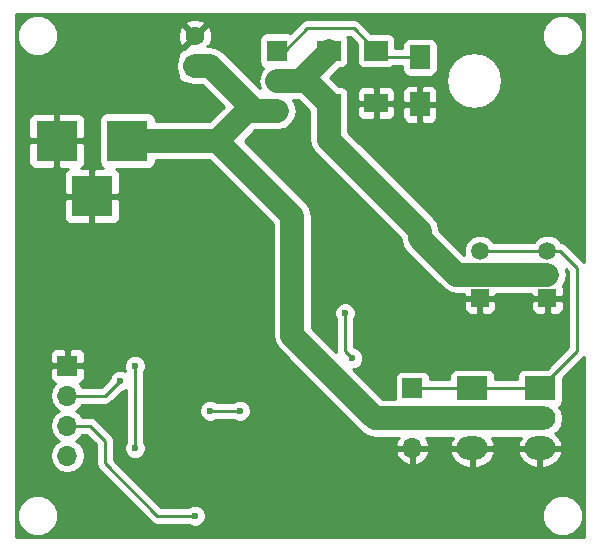
<source format=gbr>
G04 #@! TF.FileFunction,Copper,L2,Bot,Signal*
%FSLAX46Y46*%
G04 Gerber Fmt 4.6, Leading zero omitted, Abs format (unit mm)*
G04 Created by KiCad (PCBNEW 4.0.7) date Sunday, June 10, 2018 'PMt' 01:36:30 PM*
%MOMM*%
%LPD*%
G01*
G04 APERTURE LIST*
%ADD10C,0.100000*%
%ADD11R,1.600000X1.600000*%
%ADD12C,1.600000*%
%ADD13R,2.000000X1.600000*%
%ADD14R,3.500000X3.500000*%
%ADD15R,2.000000X1.700000*%
%ADD16R,1.700000X2.000000*%
%ADD17R,1.800000X1.800000*%
%ADD18O,1.800000X1.800000*%
%ADD19R,1.500000X1.500000*%
%ADD20C,1.500000*%
%ADD21R,2.600000X2.000000*%
%ADD22O,2.600000X2.000000*%
%ADD23R,1.700000X1.700000*%
%ADD24O,1.700000X1.700000*%
%ADD25C,0.600000*%
%ADD26C,0.250000*%
%ADD27C,2.000000*%
%ADD28C,0.254000*%
G04 APERTURE END LIST*
D10*
D11*
X66675000Y-19050000D03*
D12*
X66675000Y-16550000D03*
D13*
X78010000Y-22225000D03*
X82010000Y-22225000D03*
D14*
X60960000Y-25400000D03*
X54960000Y-25400000D03*
X57960000Y-30100000D03*
D15*
X78010000Y-17780000D03*
X82010000Y-17780000D03*
D16*
X85725000Y-18320000D03*
X85725000Y-22320000D03*
D17*
X73660000Y-17780000D03*
D18*
X73660000Y-20320000D03*
X73660000Y-22860000D03*
D19*
X96520000Y-38735000D03*
D20*
X96520000Y-36735000D03*
X96520000Y-34735000D03*
D21*
X95885000Y-46355000D03*
D22*
X95885000Y-48895000D03*
X95885000Y-51435000D03*
D19*
X90805000Y-38735000D03*
D20*
X90805000Y-36735000D03*
X90805000Y-34735000D03*
D21*
X90170000Y-46355000D03*
D22*
X90170000Y-48895000D03*
X90170000Y-51435000D03*
D23*
X55880000Y-44450000D03*
D24*
X55880000Y-46990000D03*
X55880000Y-49530000D03*
X55880000Y-52070000D03*
D23*
X85090000Y-46355000D03*
D24*
X85090000Y-48895000D03*
X85090000Y-51435000D03*
D25*
X79375000Y-40005000D03*
X80010000Y-43815000D03*
X66675000Y-57150000D03*
X60325000Y-45720000D03*
X61595000Y-44450000D03*
X61595000Y-51435000D03*
X67945000Y-48260000D03*
X70485000Y-48260000D03*
D26*
X79375000Y-43180000D02*
X79375000Y-40005000D01*
X80010000Y-43815000D02*
X79375000Y-43180000D01*
D27*
X96520000Y-36735000D02*
X90805000Y-36735000D01*
X78010000Y-22225000D02*
X78010000Y-25305000D01*
X78010000Y-25305000D02*
X85725000Y-33020000D01*
X85725000Y-33020000D02*
X85725000Y-33655000D01*
X85725000Y-33655000D02*
X88805000Y-36735000D01*
X88805000Y-36735000D02*
X96520000Y-36735000D01*
X78010000Y-17780000D02*
X78010000Y-17875000D01*
X78010000Y-17875000D02*
X75565000Y-20320000D01*
X73660000Y-20320000D02*
X75565000Y-20320000D01*
X75565000Y-20320000D02*
X76105000Y-20320000D01*
X76105000Y-20320000D02*
X78010000Y-22225000D01*
D26*
X57785000Y-49530000D02*
X55880000Y-49530000D01*
X59055000Y-50800000D02*
X57785000Y-49530000D01*
X59055000Y-52705000D02*
X59055000Y-50800000D01*
X63500000Y-57150000D02*
X59055000Y-52705000D01*
X66675000Y-57150000D02*
X63500000Y-57150000D01*
X59055000Y-46990000D02*
X55880000Y-46990000D01*
X60325000Y-45720000D02*
X59055000Y-46990000D01*
X61595000Y-51435000D02*
X61595000Y-44450000D01*
X90170000Y-46355000D02*
X85090000Y-46355000D01*
X95885000Y-46355000D02*
X90170000Y-46355000D01*
X96520000Y-34735000D02*
X97600000Y-34735000D01*
X99060000Y-43180000D02*
X95885000Y-46355000D01*
X99060000Y-36195000D02*
X99060000Y-43180000D01*
X97600000Y-34735000D02*
X99060000Y-36195000D01*
X90805000Y-34735000D02*
X96520000Y-34735000D01*
X96520000Y-34735000D02*
X96710000Y-34925000D01*
D27*
X66675000Y-19050000D02*
X67945000Y-19050000D01*
X67945000Y-19050000D02*
X71755000Y-22860000D01*
X95885000Y-48895000D02*
X90170000Y-48895000D01*
X90170000Y-48895000D02*
X85090000Y-48895000D01*
X85090000Y-48895000D02*
X81915000Y-48895000D01*
X81915000Y-48895000D02*
X74930000Y-41910000D01*
X74930000Y-41910000D02*
X74930000Y-31750000D01*
X74930000Y-31750000D02*
X68580000Y-25400000D01*
X60960000Y-25400000D02*
X68580000Y-25400000D01*
X71120000Y-22860000D02*
X71755000Y-22860000D01*
X71755000Y-22860000D02*
X73660000Y-22860000D01*
X68580000Y-25400000D02*
X71120000Y-22860000D01*
D26*
X73660000Y-17780000D02*
X74295000Y-17780000D01*
X74295000Y-17780000D02*
X76200000Y-15875000D01*
X76200000Y-15875000D02*
X80105000Y-15875000D01*
X80105000Y-15875000D02*
X82550000Y-18320000D01*
X82550000Y-18320000D02*
X85725000Y-18320000D01*
X70485000Y-48260000D02*
X67945000Y-48260000D01*
D28*
G36*
X99620000Y-35691421D02*
X99597401Y-35657599D01*
X98137401Y-34197599D01*
X97890839Y-34032852D01*
X97713909Y-33997658D01*
X97694831Y-33951485D01*
X97305564Y-33561539D01*
X96796702Y-33350241D01*
X96245715Y-33349760D01*
X95736485Y-33560169D01*
X95346539Y-33949436D01*
X95335924Y-33975000D01*
X91989547Y-33975000D01*
X91979831Y-33951485D01*
X91590564Y-33561539D01*
X91081702Y-33350241D01*
X90530715Y-33349760D01*
X90021485Y-33560169D01*
X89631539Y-33949436D01*
X89420241Y-34458298D01*
X89419760Y-35009285D01*
X89439642Y-35057403D01*
X87349513Y-32967273D01*
X87235543Y-32394313D01*
X86956243Y-31976310D01*
X86881120Y-31863880D01*
X86881117Y-31863878D01*
X79645000Y-24627760D01*
X79645000Y-23086431D01*
X79657440Y-23025000D01*
X79657440Y-22510750D01*
X80375000Y-22510750D01*
X80375000Y-23151310D01*
X80471673Y-23384699D01*
X80650302Y-23563327D01*
X80883691Y-23660000D01*
X81724250Y-23660000D01*
X81883000Y-23501250D01*
X81883000Y-22352000D01*
X82137000Y-22352000D01*
X82137000Y-23501250D01*
X82295750Y-23660000D01*
X83136309Y-23660000D01*
X83369698Y-23563327D01*
X83548327Y-23384699D01*
X83645000Y-23151310D01*
X83645000Y-22605750D01*
X84240000Y-22605750D01*
X84240000Y-23446309D01*
X84336673Y-23679698D01*
X84515301Y-23858327D01*
X84748690Y-23955000D01*
X85439250Y-23955000D01*
X85598000Y-23796250D01*
X85598000Y-22447000D01*
X85852000Y-22447000D01*
X85852000Y-23796250D01*
X86010750Y-23955000D01*
X86701310Y-23955000D01*
X86934699Y-23858327D01*
X87113327Y-23679698D01*
X87210000Y-23446309D01*
X87210000Y-22605750D01*
X87051250Y-22447000D01*
X85852000Y-22447000D01*
X85598000Y-22447000D01*
X84398750Y-22447000D01*
X84240000Y-22605750D01*
X83645000Y-22605750D01*
X83645000Y-22510750D01*
X83486250Y-22352000D01*
X82137000Y-22352000D01*
X81883000Y-22352000D01*
X80533750Y-22352000D01*
X80375000Y-22510750D01*
X79657440Y-22510750D01*
X79657440Y-21425000D01*
X79633674Y-21298690D01*
X80375000Y-21298690D01*
X80375000Y-21939250D01*
X80533750Y-22098000D01*
X81883000Y-22098000D01*
X81883000Y-20948750D01*
X82137000Y-20948750D01*
X82137000Y-22098000D01*
X83486250Y-22098000D01*
X83645000Y-21939250D01*
X83645000Y-21298690D01*
X83601508Y-21193691D01*
X84240000Y-21193691D01*
X84240000Y-22034250D01*
X84398750Y-22193000D01*
X85598000Y-22193000D01*
X85598000Y-20843750D01*
X85852000Y-20843750D01*
X85852000Y-22193000D01*
X87051250Y-22193000D01*
X87210000Y-22034250D01*
X87210000Y-21193691D01*
X87113327Y-20960302D01*
X86934699Y-20781673D01*
X86701310Y-20685000D01*
X86010750Y-20685000D01*
X85852000Y-20843750D01*
X85598000Y-20843750D01*
X85439250Y-20685000D01*
X84748690Y-20685000D01*
X84515301Y-20781673D01*
X84336673Y-20960302D01*
X84240000Y-21193691D01*
X83601508Y-21193691D01*
X83548327Y-21065301D01*
X83369698Y-20886673D01*
X83136309Y-20790000D01*
X82295750Y-20790000D01*
X82137000Y-20948750D01*
X81883000Y-20948750D01*
X81724250Y-20790000D01*
X80883691Y-20790000D01*
X80650302Y-20886673D01*
X80471673Y-21065301D01*
X80375000Y-21298690D01*
X79633674Y-21298690D01*
X79613162Y-21189683D01*
X79474090Y-20973559D01*
X79261890Y-20828569D01*
X79010000Y-20777560D01*
X78874799Y-20777560D01*
X78370514Y-20273275D01*
X87935000Y-20273275D01*
X87935000Y-20366725D01*
X88116547Y-21279425D01*
X88633550Y-22053175D01*
X89407300Y-22570178D01*
X90320000Y-22751725D01*
X91232700Y-22570178D01*
X92006450Y-22053175D01*
X92523453Y-21279425D01*
X92705000Y-20366725D01*
X92705000Y-20273275D01*
X92523453Y-19360575D01*
X92006450Y-18586825D01*
X91232700Y-18069822D01*
X90320000Y-17888275D01*
X89407300Y-18069822D01*
X88633550Y-18586825D01*
X88116547Y-19360575D01*
X87935000Y-20273275D01*
X78370514Y-20273275D01*
X78147239Y-20050000D01*
X78919799Y-19277440D01*
X79010000Y-19277440D01*
X79245317Y-19233162D01*
X79461441Y-19094090D01*
X79606431Y-18881890D01*
X79657440Y-18630000D01*
X79657440Y-16930000D01*
X79613162Y-16694683D01*
X79574757Y-16635000D01*
X79790198Y-16635000D01*
X80362560Y-17207362D01*
X80362560Y-18630000D01*
X80406838Y-18865317D01*
X80545910Y-19081441D01*
X80758110Y-19226431D01*
X81010000Y-19277440D01*
X83010000Y-19277440D01*
X83245317Y-19233162D01*
X83461441Y-19094090D01*
X83471068Y-19080000D01*
X84227560Y-19080000D01*
X84227560Y-19320000D01*
X84271838Y-19555317D01*
X84410910Y-19771441D01*
X84623110Y-19916431D01*
X84875000Y-19967440D01*
X86575000Y-19967440D01*
X86810317Y-19923162D01*
X87026441Y-19784090D01*
X87171431Y-19571890D01*
X87222440Y-19320000D01*
X87222440Y-17320000D01*
X87178162Y-17084683D01*
X87039090Y-16868559D01*
X87017196Y-16853599D01*
X96054699Y-16853599D01*
X96318281Y-17491515D01*
X96805918Y-17980004D01*
X97443373Y-18244699D01*
X98133599Y-18245301D01*
X98771515Y-17981719D01*
X99260004Y-17494082D01*
X99524699Y-16856627D01*
X99525301Y-16166401D01*
X99261719Y-15528485D01*
X98774082Y-15039996D01*
X98136627Y-14775301D01*
X97446401Y-14774699D01*
X96808485Y-15038281D01*
X96319996Y-15525918D01*
X96055301Y-16163373D01*
X96054699Y-16853599D01*
X87017196Y-16853599D01*
X86826890Y-16723569D01*
X86575000Y-16672560D01*
X84875000Y-16672560D01*
X84639683Y-16716838D01*
X84423559Y-16855910D01*
X84278569Y-17068110D01*
X84227560Y-17320000D01*
X84227560Y-17560000D01*
X83657440Y-17560000D01*
X83657440Y-16930000D01*
X83613162Y-16694683D01*
X83474090Y-16478559D01*
X83261890Y-16333569D01*
X83010000Y-16282560D01*
X81587362Y-16282560D01*
X80642401Y-15337599D01*
X80395839Y-15172852D01*
X80105000Y-15115000D01*
X76200000Y-15115000D01*
X75909161Y-15172852D01*
X75662599Y-15337599D01*
X74732671Y-16267527D01*
X74560000Y-16232560D01*
X72760000Y-16232560D01*
X72524683Y-16276838D01*
X72308559Y-16415910D01*
X72163569Y-16628110D01*
X72112560Y-16880000D01*
X72112560Y-18680000D01*
X72156838Y-18915317D01*
X72295910Y-19131441D01*
X72453574Y-19239168D01*
X72149457Y-19694313D01*
X72025000Y-20320000D01*
X72148596Y-20941356D01*
X69101120Y-17893880D01*
X68570688Y-17539457D01*
X67945000Y-17414999D01*
X67944995Y-17415000D01*
X67719608Y-17415000D01*
X67682747Y-17378139D01*
X67928864Y-17304005D01*
X68121965Y-16766777D01*
X68094778Y-16196546D01*
X67928864Y-15795995D01*
X67682745Y-15721861D01*
X66854605Y-16550000D01*
X66868748Y-16564142D01*
X66689142Y-16743748D01*
X66675000Y-16729605D01*
X65846861Y-17557745D01*
X65861145Y-17605167D01*
X65639683Y-17646838D01*
X65423559Y-17785910D01*
X65278569Y-17998110D01*
X65227560Y-18250000D01*
X65227560Y-18329872D01*
X65164457Y-18424313D01*
X65040000Y-19050000D01*
X65164457Y-19675687D01*
X65227560Y-19770128D01*
X65227560Y-19850000D01*
X65271838Y-20085317D01*
X65410910Y-20301441D01*
X65623110Y-20446431D01*
X65875000Y-20497440D01*
X65954872Y-20497440D01*
X66049313Y-20560543D01*
X66675000Y-20685000D01*
X67267760Y-20685000D01*
X69125261Y-22542500D01*
X67902760Y-23765000D01*
X63357440Y-23765000D01*
X63357440Y-23650000D01*
X63313162Y-23414683D01*
X63174090Y-23198559D01*
X62961890Y-23053569D01*
X62710000Y-23002560D01*
X59210000Y-23002560D01*
X58974683Y-23046838D01*
X58758559Y-23185910D01*
X58613569Y-23398110D01*
X58562560Y-23650000D01*
X58562560Y-27150000D01*
X58606838Y-27385317D01*
X58745910Y-27601441D01*
X58912109Y-27715000D01*
X58245750Y-27715000D01*
X58087000Y-27873750D01*
X58087000Y-29973000D01*
X60186250Y-29973000D01*
X60345000Y-29814250D01*
X60345000Y-28223690D01*
X60248327Y-27990301D01*
X60069698Y-27811673D01*
X60035337Y-27797440D01*
X62710000Y-27797440D01*
X62945317Y-27753162D01*
X63161441Y-27614090D01*
X63306431Y-27401890D01*
X63357440Y-27150000D01*
X63357440Y-27035000D01*
X67902760Y-27035000D01*
X73295000Y-32427240D01*
X73295000Y-41909995D01*
X73294999Y-41910000D01*
X73419457Y-42535688D01*
X73773880Y-43066120D01*
X80758878Y-50051117D01*
X80758880Y-50051120D01*
X81234148Y-50368683D01*
X81289313Y-50405543D01*
X81915000Y-50530001D01*
X81915005Y-50530000D01*
X83944188Y-50530000D01*
X83818355Y-50668076D01*
X83648524Y-51078110D01*
X83769845Y-51308000D01*
X84963000Y-51308000D01*
X84963000Y-51288000D01*
X85217000Y-51288000D01*
X85217000Y-51308000D01*
X86410155Y-51308000D01*
X86531476Y-51078110D01*
X86361645Y-50668076D01*
X86235812Y-50530000D01*
X88533520Y-50530000D01*
X88310856Y-50926645D01*
X88279876Y-51054566D01*
X88399223Y-51308000D01*
X90043000Y-51308000D01*
X90043000Y-51288000D01*
X90297000Y-51288000D01*
X90297000Y-51308000D01*
X91940777Y-51308000D01*
X92060124Y-51054566D01*
X92029144Y-50926645D01*
X91806480Y-50530000D01*
X94248520Y-50530000D01*
X94025856Y-50926645D01*
X93994876Y-51054566D01*
X94114223Y-51308000D01*
X95758000Y-51308000D01*
X95758000Y-51288000D01*
X96012000Y-51288000D01*
X96012000Y-51308000D01*
X97655777Y-51308000D01*
X97775124Y-51054566D01*
X97744144Y-50926645D01*
X97430922Y-50368683D01*
X97188812Y-50178219D01*
X97379029Y-50051120D01*
X97733452Y-49520687D01*
X97857909Y-48895000D01*
X97733452Y-48269313D01*
X97493907Y-47910808D01*
X97636441Y-47819090D01*
X97781431Y-47606890D01*
X97832440Y-47355000D01*
X97832440Y-45482362D01*
X99597401Y-43717401D01*
X99620000Y-43683579D01*
X99620000Y-58980000D01*
X51510000Y-58980000D01*
X51510000Y-57493599D01*
X51604699Y-57493599D01*
X51868281Y-58131515D01*
X52355918Y-58620004D01*
X52993373Y-58884699D01*
X53683599Y-58885301D01*
X54321515Y-58621719D01*
X54810004Y-58134082D01*
X55074699Y-57496627D01*
X55075301Y-56806401D01*
X54811719Y-56168485D01*
X54324082Y-55679996D01*
X53686627Y-55415301D01*
X52996401Y-55414699D01*
X52358485Y-55678281D01*
X51869996Y-56165918D01*
X51605301Y-56803373D01*
X51604699Y-57493599D01*
X51510000Y-57493599D01*
X51510000Y-46990000D01*
X54365907Y-46990000D01*
X54478946Y-47558285D01*
X54800853Y-48040054D01*
X55130026Y-48260000D01*
X54800853Y-48479946D01*
X54478946Y-48961715D01*
X54365907Y-49530000D01*
X54478946Y-50098285D01*
X54800853Y-50580054D01*
X55130026Y-50800000D01*
X54800853Y-51019946D01*
X54478946Y-51501715D01*
X54365907Y-52070000D01*
X54478946Y-52638285D01*
X54800853Y-53120054D01*
X55282622Y-53441961D01*
X55850907Y-53555000D01*
X55909093Y-53555000D01*
X56477378Y-53441961D01*
X56959147Y-53120054D01*
X57281054Y-52638285D01*
X57394093Y-52070000D01*
X57281054Y-51501715D01*
X56959147Y-51019946D01*
X56629974Y-50800000D01*
X56959147Y-50580054D01*
X57152954Y-50290000D01*
X57470198Y-50290000D01*
X58295000Y-51114802D01*
X58295000Y-52705000D01*
X58352852Y-52995839D01*
X58517599Y-53242401D01*
X62962599Y-57687401D01*
X63209160Y-57852148D01*
X63500000Y-57910000D01*
X66112537Y-57910000D01*
X66144673Y-57942192D01*
X66488201Y-58084838D01*
X66860167Y-58085162D01*
X67203943Y-57943117D01*
X67467192Y-57680327D01*
X67544728Y-57493599D01*
X96054699Y-57493599D01*
X96318281Y-58131515D01*
X96805918Y-58620004D01*
X97443373Y-58884699D01*
X98133599Y-58885301D01*
X98771515Y-58621719D01*
X99260004Y-58134082D01*
X99524699Y-57496627D01*
X99525301Y-56806401D01*
X99261719Y-56168485D01*
X98774082Y-55679996D01*
X98136627Y-55415301D01*
X97446401Y-55414699D01*
X96808485Y-55678281D01*
X96319996Y-56165918D01*
X96055301Y-56803373D01*
X96054699Y-57493599D01*
X67544728Y-57493599D01*
X67609838Y-57336799D01*
X67610162Y-56964833D01*
X67468117Y-56621057D01*
X67205327Y-56357808D01*
X66861799Y-56215162D01*
X66489833Y-56214838D01*
X66146057Y-56356883D01*
X66112882Y-56390000D01*
X63814802Y-56390000D01*
X59815000Y-52390198D01*
X59815000Y-50800000D01*
X59794719Y-50698039D01*
X59757148Y-50509160D01*
X59592401Y-50262599D01*
X58322401Y-48992599D01*
X58075839Y-48827852D01*
X57785000Y-48770000D01*
X57152954Y-48770000D01*
X56959147Y-48479946D01*
X56629974Y-48260000D01*
X56959147Y-48040054D01*
X57152954Y-47750000D01*
X59055000Y-47750000D01*
X59345839Y-47692148D01*
X59592401Y-47527401D01*
X60464680Y-46655122D01*
X60510167Y-46655162D01*
X60835000Y-46520944D01*
X60835000Y-50872537D01*
X60802808Y-50904673D01*
X60660162Y-51248201D01*
X60659838Y-51620167D01*
X60801883Y-51963943D01*
X61064673Y-52227192D01*
X61408201Y-52369838D01*
X61780167Y-52370162D01*
X62123943Y-52228117D01*
X62387192Y-51965327D01*
X62459209Y-51791890D01*
X83648524Y-51791890D01*
X83818355Y-52201924D01*
X84208642Y-52630183D01*
X84733108Y-52876486D01*
X84963000Y-52755819D01*
X84963000Y-51562000D01*
X85217000Y-51562000D01*
X85217000Y-52755819D01*
X85446892Y-52876486D01*
X85971358Y-52630183D01*
X86361645Y-52201924D01*
X86521724Y-51815434D01*
X88279876Y-51815434D01*
X88310856Y-51943355D01*
X88624078Y-52501317D01*
X89126980Y-52896942D01*
X89743000Y-53070000D01*
X90043000Y-53070000D01*
X90043000Y-51562000D01*
X90297000Y-51562000D01*
X90297000Y-53070000D01*
X90597000Y-53070000D01*
X91213020Y-52896942D01*
X91715922Y-52501317D01*
X92029144Y-51943355D01*
X92060124Y-51815434D01*
X93994876Y-51815434D01*
X94025856Y-51943355D01*
X94339078Y-52501317D01*
X94841980Y-52896942D01*
X95458000Y-53070000D01*
X95758000Y-53070000D01*
X95758000Y-51562000D01*
X96012000Y-51562000D01*
X96012000Y-53070000D01*
X96312000Y-53070000D01*
X96928020Y-52896942D01*
X97430922Y-52501317D01*
X97744144Y-51943355D01*
X97775124Y-51815434D01*
X97655777Y-51562000D01*
X96012000Y-51562000D01*
X95758000Y-51562000D01*
X94114223Y-51562000D01*
X93994876Y-51815434D01*
X92060124Y-51815434D01*
X91940777Y-51562000D01*
X90297000Y-51562000D01*
X90043000Y-51562000D01*
X88399223Y-51562000D01*
X88279876Y-51815434D01*
X86521724Y-51815434D01*
X86531476Y-51791890D01*
X86410155Y-51562000D01*
X85217000Y-51562000D01*
X84963000Y-51562000D01*
X83769845Y-51562000D01*
X83648524Y-51791890D01*
X62459209Y-51791890D01*
X62529838Y-51621799D01*
X62530162Y-51249833D01*
X62388117Y-50906057D01*
X62355000Y-50872882D01*
X62355000Y-48445167D01*
X67009838Y-48445167D01*
X67151883Y-48788943D01*
X67414673Y-49052192D01*
X67758201Y-49194838D01*
X68130167Y-49195162D01*
X68473943Y-49053117D01*
X68507118Y-49020000D01*
X69922537Y-49020000D01*
X69954673Y-49052192D01*
X70298201Y-49194838D01*
X70670167Y-49195162D01*
X71013943Y-49053117D01*
X71277192Y-48790327D01*
X71419838Y-48446799D01*
X71420162Y-48074833D01*
X71278117Y-47731057D01*
X71015327Y-47467808D01*
X70671799Y-47325162D01*
X70299833Y-47324838D01*
X69956057Y-47466883D01*
X69922882Y-47500000D01*
X68507463Y-47500000D01*
X68475327Y-47467808D01*
X68131799Y-47325162D01*
X67759833Y-47324838D01*
X67416057Y-47466883D01*
X67152808Y-47729673D01*
X67010162Y-48073201D01*
X67009838Y-48445167D01*
X62355000Y-48445167D01*
X62355000Y-45012463D01*
X62387192Y-44980327D01*
X62529838Y-44636799D01*
X62530162Y-44264833D01*
X62388117Y-43921057D01*
X62125327Y-43657808D01*
X61781799Y-43515162D01*
X61409833Y-43514838D01*
X61066057Y-43656883D01*
X60802808Y-43919673D01*
X60660162Y-44263201D01*
X60659838Y-44635167D01*
X60765310Y-44890430D01*
X60511799Y-44785162D01*
X60139833Y-44784838D01*
X59796057Y-44926883D01*
X59532808Y-45189673D01*
X59390162Y-45533201D01*
X59390121Y-45580077D01*
X58740198Y-46230000D01*
X57152954Y-46230000D01*
X56959147Y-45939946D01*
X56915223Y-45910597D01*
X57089698Y-45838327D01*
X57268327Y-45659699D01*
X57365000Y-45426310D01*
X57365000Y-44735750D01*
X57206250Y-44577000D01*
X56007000Y-44577000D01*
X56007000Y-44597000D01*
X55753000Y-44597000D01*
X55753000Y-44577000D01*
X54553750Y-44577000D01*
X54395000Y-44735750D01*
X54395000Y-45426310D01*
X54491673Y-45659699D01*
X54670302Y-45838327D01*
X54844777Y-45910597D01*
X54800853Y-45939946D01*
X54478946Y-46421715D01*
X54365907Y-46990000D01*
X51510000Y-46990000D01*
X51510000Y-43473690D01*
X54395000Y-43473690D01*
X54395000Y-44164250D01*
X54553750Y-44323000D01*
X55753000Y-44323000D01*
X55753000Y-43123750D01*
X56007000Y-43123750D01*
X56007000Y-44323000D01*
X57206250Y-44323000D01*
X57365000Y-44164250D01*
X57365000Y-43473690D01*
X57268327Y-43240301D01*
X57089698Y-43061673D01*
X56856309Y-42965000D01*
X56165750Y-42965000D01*
X56007000Y-43123750D01*
X55753000Y-43123750D01*
X55594250Y-42965000D01*
X54903691Y-42965000D01*
X54670302Y-43061673D01*
X54491673Y-43240301D01*
X54395000Y-43473690D01*
X51510000Y-43473690D01*
X51510000Y-30385750D01*
X55575000Y-30385750D01*
X55575000Y-31976310D01*
X55671673Y-32209699D01*
X55850302Y-32388327D01*
X56083691Y-32485000D01*
X57674250Y-32485000D01*
X57833000Y-32326250D01*
X57833000Y-30227000D01*
X58087000Y-30227000D01*
X58087000Y-32326250D01*
X58245750Y-32485000D01*
X59836309Y-32485000D01*
X60069698Y-32388327D01*
X60248327Y-32209699D01*
X60345000Y-31976310D01*
X60345000Y-30385750D01*
X60186250Y-30227000D01*
X58087000Y-30227000D01*
X57833000Y-30227000D01*
X55733750Y-30227000D01*
X55575000Y-30385750D01*
X51510000Y-30385750D01*
X51510000Y-25685750D01*
X52575000Y-25685750D01*
X52575000Y-27276310D01*
X52671673Y-27509699D01*
X52850302Y-27688327D01*
X53083691Y-27785000D01*
X54674250Y-27785000D01*
X54833000Y-27626250D01*
X54833000Y-25527000D01*
X55087000Y-25527000D01*
X55087000Y-27626250D01*
X55245750Y-27785000D01*
X55914696Y-27785000D01*
X55850302Y-27811673D01*
X55671673Y-27990301D01*
X55575000Y-28223690D01*
X55575000Y-29814250D01*
X55733750Y-29973000D01*
X57833000Y-29973000D01*
X57833000Y-27873750D01*
X57674250Y-27715000D01*
X57005304Y-27715000D01*
X57069698Y-27688327D01*
X57248327Y-27509699D01*
X57345000Y-27276310D01*
X57345000Y-25685750D01*
X57186250Y-25527000D01*
X55087000Y-25527000D01*
X54833000Y-25527000D01*
X52733750Y-25527000D01*
X52575000Y-25685750D01*
X51510000Y-25685750D01*
X51510000Y-23523690D01*
X52575000Y-23523690D01*
X52575000Y-25114250D01*
X52733750Y-25273000D01*
X54833000Y-25273000D01*
X54833000Y-23173750D01*
X55087000Y-23173750D01*
X55087000Y-25273000D01*
X57186250Y-25273000D01*
X57345000Y-25114250D01*
X57345000Y-23523690D01*
X57248327Y-23290301D01*
X57069698Y-23111673D01*
X56836309Y-23015000D01*
X55245750Y-23015000D01*
X55087000Y-23173750D01*
X54833000Y-23173750D01*
X54674250Y-23015000D01*
X53083691Y-23015000D01*
X52850302Y-23111673D01*
X52671673Y-23290301D01*
X52575000Y-23523690D01*
X51510000Y-23523690D01*
X51510000Y-16853599D01*
X51604699Y-16853599D01*
X51868281Y-17491515D01*
X52355918Y-17980004D01*
X52993373Y-18244699D01*
X53683599Y-18245301D01*
X54321515Y-17981719D01*
X54810004Y-17494082D01*
X55074699Y-16856627D01*
X55075155Y-16333223D01*
X65228035Y-16333223D01*
X65255222Y-16903454D01*
X65421136Y-17304005D01*
X65667255Y-17378139D01*
X66495395Y-16550000D01*
X65667255Y-15721861D01*
X65421136Y-15795995D01*
X65228035Y-16333223D01*
X55075155Y-16333223D01*
X55075301Y-16166401D01*
X54817409Y-15542255D01*
X65846861Y-15542255D01*
X66675000Y-16370395D01*
X67503139Y-15542255D01*
X67429005Y-15296136D01*
X66891777Y-15103035D01*
X66321546Y-15130222D01*
X65920995Y-15296136D01*
X65846861Y-15542255D01*
X54817409Y-15542255D01*
X54811719Y-15528485D01*
X54324082Y-15039996D01*
X53686627Y-14775301D01*
X52996401Y-14774699D01*
X52358485Y-15038281D01*
X51869996Y-15525918D01*
X51605301Y-16163373D01*
X51604699Y-16853599D01*
X51510000Y-16853599D01*
X51510000Y-14680000D01*
X99620000Y-14680000D01*
X99620000Y-35691421D01*
X99620000Y-35691421D01*
G37*
X99620000Y-35691421D02*
X99597401Y-35657599D01*
X98137401Y-34197599D01*
X97890839Y-34032852D01*
X97713909Y-33997658D01*
X97694831Y-33951485D01*
X97305564Y-33561539D01*
X96796702Y-33350241D01*
X96245715Y-33349760D01*
X95736485Y-33560169D01*
X95346539Y-33949436D01*
X95335924Y-33975000D01*
X91989547Y-33975000D01*
X91979831Y-33951485D01*
X91590564Y-33561539D01*
X91081702Y-33350241D01*
X90530715Y-33349760D01*
X90021485Y-33560169D01*
X89631539Y-33949436D01*
X89420241Y-34458298D01*
X89419760Y-35009285D01*
X89439642Y-35057403D01*
X87349513Y-32967273D01*
X87235543Y-32394313D01*
X86956243Y-31976310D01*
X86881120Y-31863880D01*
X86881117Y-31863878D01*
X79645000Y-24627760D01*
X79645000Y-23086431D01*
X79657440Y-23025000D01*
X79657440Y-22510750D01*
X80375000Y-22510750D01*
X80375000Y-23151310D01*
X80471673Y-23384699D01*
X80650302Y-23563327D01*
X80883691Y-23660000D01*
X81724250Y-23660000D01*
X81883000Y-23501250D01*
X81883000Y-22352000D01*
X82137000Y-22352000D01*
X82137000Y-23501250D01*
X82295750Y-23660000D01*
X83136309Y-23660000D01*
X83369698Y-23563327D01*
X83548327Y-23384699D01*
X83645000Y-23151310D01*
X83645000Y-22605750D01*
X84240000Y-22605750D01*
X84240000Y-23446309D01*
X84336673Y-23679698D01*
X84515301Y-23858327D01*
X84748690Y-23955000D01*
X85439250Y-23955000D01*
X85598000Y-23796250D01*
X85598000Y-22447000D01*
X85852000Y-22447000D01*
X85852000Y-23796250D01*
X86010750Y-23955000D01*
X86701310Y-23955000D01*
X86934699Y-23858327D01*
X87113327Y-23679698D01*
X87210000Y-23446309D01*
X87210000Y-22605750D01*
X87051250Y-22447000D01*
X85852000Y-22447000D01*
X85598000Y-22447000D01*
X84398750Y-22447000D01*
X84240000Y-22605750D01*
X83645000Y-22605750D01*
X83645000Y-22510750D01*
X83486250Y-22352000D01*
X82137000Y-22352000D01*
X81883000Y-22352000D01*
X80533750Y-22352000D01*
X80375000Y-22510750D01*
X79657440Y-22510750D01*
X79657440Y-21425000D01*
X79633674Y-21298690D01*
X80375000Y-21298690D01*
X80375000Y-21939250D01*
X80533750Y-22098000D01*
X81883000Y-22098000D01*
X81883000Y-20948750D01*
X82137000Y-20948750D01*
X82137000Y-22098000D01*
X83486250Y-22098000D01*
X83645000Y-21939250D01*
X83645000Y-21298690D01*
X83601508Y-21193691D01*
X84240000Y-21193691D01*
X84240000Y-22034250D01*
X84398750Y-22193000D01*
X85598000Y-22193000D01*
X85598000Y-20843750D01*
X85852000Y-20843750D01*
X85852000Y-22193000D01*
X87051250Y-22193000D01*
X87210000Y-22034250D01*
X87210000Y-21193691D01*
X87113327Y-20960302D01*
X86934699Y-20781673D01*
X86701310Y-20685000D01*
X86010750Y-20685000D01*
X85852000Y-20843750D01*
X85598000Y-20843750D01*
X85439250Y-20685000D01*
X84748690Y-20685000D01*
X84515301Y-20781673D01*
X84336673Y-20960302D01*
X84240000Y-21193691D01*
X83601508Y-21193691D01*
X83548327Y-21065301D01*
X83369698Y-20886673D01*
X83136309Y-20790000D01*
X82295750Y-20790000D01*
X82137000Y-20948750D01*
X81883000Y-20948750D01*
X81724250Y-20790000D01*
X80883691Y-20790000D01*
X80650302Y-20886673D01*
X80471673Y-21065301D01*
X80375000Y-21298690D01*
X79633674Y-21298690D01*
X79613162Y-21189683D01*
X79474090Y-20973559D01*
X79261890Y-20828569D01*
X79010000Y-20777560D01*
X78874799Y-20777560D01*
X78370514Y-20273275D01*
X87935000Y-20273275D01*
X87935000Y-20366725D01*
X88116547Y-21279425D01*
X88633550Y-22053175D01*
X89407300Y-22570178D01*
X90320000Y-22751725D01*
X91232700Y-22570178D01*
X92006450Y-22053175D01*
X92523453Y-21279425D01*
X92705000Y-20366725D01*
X92705000Y-20273275D01*
X92523453Y-19360575D01*
X92006450Y-18586825D01*
X91232700Y-18069822D01*
X90320000Y-17888275D01*
X89407300Y-18069822D01*
X88633550Y-18586825D01*
X88116547Y-19360575D01*
X87935000Y-20273275D01*
X78370514Y-20273275D01*
X78147239Y-20050000D01*
X78919799Y-19277440D01*
X79010000Y-19277440D01*
X79245317Y-19233162D01*
X79461441Y-19094090D01*
X79606431Y-18881890D01*
X79657440Y-18630000D01*
X79657440Y-16930000D01*
X79613162Y-16694683D01*
X79574757Y-16635000D01*
X79790198Y-16635000D01*
X80362560Y-17207362D01*
X80362560Y-18630000D01*
X80406838Y-18865317D01*
X80545910Y-19081441D01*
X80758110Y-19226431D01*
X81010000Y-19277440D01*
X83010000Y-19277440D01*
X83245317Y-19233162D01*
X83461441Y-19094090D01*
X83471068Y-19080000D01*
X84227560Y-19080000D01*
X84227560Y-19320000D01*
X84271838Y-19555317D01*
X84410910Y-19771441D01*
X84623110Y-19916431D01*
X84875000Y-19967440D01*
X86575000Y-19967440D01*
X86810317Y-19923162D01*
X87026441Y-19784090D01*
X87171431Y-19571890D01*
X87222440Y-19320000D01*
X87222440Y-17320000D01*
X87178162Y-17084683D01*
X87039090Y-16868559D01*
X87017196Y-16853599D01*
X96054699Y-16853599D01*
X96318281Y-17491515D01*
X96805918Y-17980004D01*
X97443373Y-18244699D01*
X98133599Y-18245301D01*
X98771515Y-17981719D01*
X99260004Y-17494082D01*
X99524699Y-16856627D01*
X99525301Y-16166401D01*
X99261719Y-15528485D01*
X98774082Y-15039996D01*
X98136627Y-14775301D01*
X97446401Y-14774699D01*
X96808485Y-15038281D01*
X96319996Y-15525918D01*
X96055301Y-16163373D01*
X96054699Y-16853599D01*
X87017196Y-16853599D01*
X86826890Y-16723569D01*
X86575000Y-16672560D01*
X84875000Y-16672560D01*
X84639683Y-16716838D01*
X84423559Y-16855910D01*
X84278569Y-17068110D01*
X84227560Y-17320000D01*
X84227560Y-17560000D01*
X83657440Y-17560000D01*
X83657440Y-16930000D01*
X83613162Y-16694683D01*
X83474090Y-16478559D01*
X83261890Y-16333569D01*
X83010000Y-16282560D01*
X81587362Y-16282560D01*
X80642401Y-15337599D01*
X80395839Y-15172852D01*
X80105000Y-15115000D01*
X76200000Y-15115000D01*
X75909161Y-15172852D01*
X75662599Y-15337599D01*
X74732671Y-16267527D01*
X74560000Y-16232560D01*
X72760000Y-16232560D01*
X72524683Y-16276838D01*
X72308559Y-16415910D01*
X72163569Y-16628110D01*
X72112560Y-16880000D01*
X72112560Y-18680000D01*
X72156838Y-18915317D01*
X72295910Y-19131441D01*
X72453574Y-19239168D01*
X72149457Y-19694313D01*
X72025000Y-20320000D01*
X72148596Y-20941356D01*
X69101120Y-17893880D01*
X68570688Y-17539457D01*
X67945000Y-17414999D01*
X67944995Y-17415000D01*
X67719608Y-17415000D01*
X67682747Y-17378139D01*
X67928864Y-17304005D01*
X68121965Y-16766777D01*
X68094778Y-16196546D01*
X67928864Y-15795995D01*
X67682745Y-15721861D01*
X66854605Y-16550000D01*
X66868748Y-16564142D01*
X66689142Y-16743748D01*
X66675000Y-16729605D01*
X65846861Y-17557745D01*
X65861145Y-17605167D01*
X65639683Y-17646838D01*
X65423559Y-17785910D01*
X65278569Y-17998110D01*
X65227560Y-18250000D01*
X65227560Y-18329872D01*
X65164457Y-18424313D01*
X65040000Y-19050000D01*
X65164457Y-19675687D01*
X65227560Y-19770128D01*
X65227560Y-19850000D01*
X65271838Y-20085317D01*
X65410910Y-20301441D01*
X65623110Y-20446431D01*
X65875000Y-20497440D01*
X65954872Y-20497440D01*
X66049313Y-20560543D01*
X66675000Y-20685000D01*
X67267760Y-20685000D01*
X69125261Y-22542500D01*
X67902760Y-23765000D01*
X63357440Y-23765000D01*
X63357440Y-23650000D01*
X63313162Y-23414683D01*
X63174090Y-23198559D01*
X62961890Y-23053569D01*
X62710000Y-23002560D01*
X59210000Y-23002560D01*
X58974683Y-23046838D01*
X58758559Y-23185910D01*
X58613569Y-23398110D01*
X58562560Y-23650000D01*
X58562560Y-27150000D01*
X58606838Y-27385317D01*
X58745910Y-27601441D01*
X58912109Y-27715000D01*
X58245750Y-27715000D01*
X58087000Y-27873750D01*
X58087000Y-29973000D01*
X60186250Y-29973000D01*
X60345000Y-29814250D01*
X60345000Y-28223690D01*
X60248327Y-27990301D01*
X60069698Y-27811673D01*
X60035337Y-27797440D01*
X62710000Y-27797440D01*
X62945317Y-27753162D01*
X63161441Y-27614090D01*
X63306431Y-27401890D01*
X63357440Y-27150000D01*
X63357440Y-27035000D01*
X67902760Y-27035000D01*
X73295000Y-32427240D01*
X73295000Y-41909995D01*
X73294999Y-41910000D01*
X73419457Y-42535688D01*
X73773880Y-43066120D01*
X80758878Y-50051117D01*
X80758880Y-50051120D01*
X81234148Y-50368683D01*
X81289313Y-50405543D01*
X81915000Y-50530001D01*
X81915005Y-50530000D01*
X83944188Y-50530000D01*
X83818355Y-50668076D01*
X83648524Y-51078110D01*
X83769845Y-51308000D01*
X84963000Y-51308000D01*
X84963000Y-51288000D01*
X85217000Y-51288000D01*
X85217000Y-51308000D01*
X86410155Y-51308000D01*
X86531476Y-51078110D01*
X86361645Y-50668076D01*
X86235812Y-50530000D01*
X88533520Y-50530000D01*
X88310856Y-50926645D01*
X88279876Y-51054566D01*
X88399223Y-51308000D01*
X90043000Y-51308000D01*
X90043000Y-51288000D01*
X90297000Y-51288000D01*
X90297000Y-51308000D01*
X91940777Y-51308000D01*
X92060124Y-51054566D01*
X92029144Y-50926645D01*
X91806480Y-50530000D01*
X94248520Y-50530000D01*
X94025856Y-50926645D01*
X93994876Y-51054566D01*
X94114223Y-51308000D01*
X95758000Y-51308000D01*
X95758000Y-51288000D01*
X96012000Y-51288000D01*
X96012000Y-51308000D01*
X97655777Y-51308000D01*
X97775124Y-51054566D01*
X97744144Y-50926645D01*
X97430922Y-50368683D01*
X97188812Y-50178219D01*
X97379029Y-50051120D01*
X97733452Y-49520687D01*
X97857909Y-48895000D01*
X97733452Y-48269313D01*
X97493907Y-47910808D01*
X97636441Y-47819090D01*
X97781431Y-47606890D01*
X97832440Y-47355000D01*
X97832440Y-45482362D01*
X99597401Y-43717401D01*
X99620000Y-43683579D01*
X99620000Y-58980000D01*
X51510000Y-58980000D01*
X51510000Y-57493599D01*
X51604699Y-57493599D01*
X51868281Y-58131515D01*
X52355918Y-58620004D01*
X52993373Y-58884699D01*
X53683599Y-58885301D01*
X54321515Y-58621719D01*
X54810004Y-58134082D01*
X55074699Y-57496627D01*
X55075301Y-56806401D01*
X54811719Y-56168485D01*
X54324082Y-55679996D01*
X53686627Y-55415301D01*
X52996401Y-55414699D01*
X52358485Y-55678281D01*
X51869996Y-56165918D01*
X51605301Y-56803373D01*
X51604699Y-57493599D01*
X51510000Y-57493599D01*
X51510000Y-46990000D01*
X54365907Y-46990000D01*
X54478946Y-47558285D01*
X54800853Y-48040054D01*
X55130026Y-48260000D01*
X54800853Y-48479946D01*
X54478946Y-48961715D01*
X54365907Y-49530000D01*
X54478946Y-50098285D01*
X54800853Y-50580054D01*
X55130026Y-50800000D01*
X54800853Y-51019946D01*
X54478946Y-51501715D01*
X54365907Y-52070000D01*
X54478946Y-52638285D01*
X54800853Y-53120054D01*
X55282622Y-53441961D01*
X55850907Y-53555000D01*
X55909093Y-53555000D01*
X56477378Y-53441961D01*
X56959147Y-53120054D01*
X57281054Y-52638285D01*
X57394093Y-52070000D01*
X57281054Y-51501715D01*
X56959147Y-51019946D01*
X56629974Y-50800000D01*
X56959147Y-50580054D01*
X57152954Y-50290000D01*
X57470198Y-50290000D01*
X58295000Y-51114802D01*
X58295000Y-52705000D01*
X58352852Y-52995839D01*
X58517599Y-53242401D01*
X62962599Y-57687401D01*
X63209160Y-57852148D01*
X63500000Y-57910000D01*
X66112537Y-57910000D01*
X66144673Y-57942192D01*
X66488201Y-58084838D01*
X66860167Y-58085162D01*
X67203943Y-57943117D01*
X67467192Y-57680327D01*
X67544728Y-57493599D01*
X96054699Y-57493599D01*
X96318281Y-58131515D01*
X96805918Y-58620004D01*
X97443373Y-58884699D01*
X98133599Y-58885301D01*
X98771515Y-58621719D01*
X99260004Y-58134082D01*
X99524699Y-57496627D01*
X99525301Y-56806401D01*
X99261719Y-56168485D01*
X98774082Y-55679996D01*
X98136627Y-55415301D01*
X97446401Y-55414699D01*
X96808485Y-55678281D01*
X96319996Y-56165918D01*
X96055301Y-56803373D01*
X96054699Y-57493599D01*
X67544728Y-57493599D01*
X67609838Y-57336799D01*
X67610162Y-56964833D01*
X67468117Y-56621057D01*
X67205327Y-56357808D01*
X66861799Y-56215162D01*
X66489833Y-56214838D01*
X66146057Y-56356883D01*
X66112882Y-56390000D01*
X63814802Y-56390000D01*
X59815000Y-52390198D01*
X59815000Y-50800000D01*
X59794719Y-50698039D01*
X59757148Y-50509160D01*
X59592401Y-50262599D01*
X58322401Y-48992599D01*
X58075839Y-48827852D01*
X57785000Y-48770000D01*
X57152954Y-48770000D01*
X56959147Y-48479946D01*
X56629974Y-48260000D01*
X56959147Y-48040054D01*
X57152954Y-47750000D01*
X59055000Y-47750000D01*
X59345839Y-47692148D01*
X59592401Y-47527401D01*
X60464680Y-46655122D01*
X60510167Y-46655162D01*
X60835000Y-46520944D01*
X60835000Y-50872537D01*
X60802808Y-50904673D01*
X60660162Y-51248201D01*
X60659838Y-51620167D01*
X60801883Y-51963943D01*
X61064673Y-52227192D01*
X61408201Y-52369838D01*
X61780167Y-52370162D01*
X62123943Y-52228117D01*
X62387192Y-51965327D01*
X62459209Y-51791890D01*
X83648524Y-51791890D01*
X83818355Y-52201924D01*
X84208642Y-52630183D01*
X84733108Y-52876486D01*
X84963000Y-52755819D01*
X84963000Y-51562000D01*
X85217000Y-51562000D01*
X85217000Y-52755819D01*
X85446892Y-52876486D01*
X85971358Y-52630183D01*
X86361645Y-52201924D01*
X86521724Y-51815434D01*
X88279876Y-51815434D01*
X88310856Y-51943355D01*
X88624078Y-52501317D01*
X89126980Y-52896942D01*
X89743000Y-53070000D01*
X90043000Y-53070000D01*
X90043000Y-51562000D01*
X90297000Y-51562000D01*
X90297000Y-53070000D01*
X90597000Y-53070000D01*
X91213020Y-52896942D01*
X91715922Y-52501317D01*
X92029144Y-51943355D01*
X92060124Y-51815434D01*
X93994876Y-51815434D01*
X94025856Y-51943355D01*
X94339078Y-52501317D01*
X94841980Y-52896942D01*
X95458000Y-53070000D01*
X95758000Y-53070000D01*
X95758000Y-51562000D01*
X96012000Y-51562000D01*
X96012000Y-53070000D01*
X96312000Y-53070000D01*
X96928020Y-52896942D01*
X97430922Y-52501317D01*
X97744144Y-51943355D01*
X97775124Y-51815434D01*
X97655777Y-51562000D01*
X96012000Y-51562000D01*
X95758000Y-51562000D01*
X94114223Y-51562000D01*
X93994876Y-51815434D01*
X92060124Y-51815434D01*
X91940777Y-51562000D01*
X90297000Y-51562000D01*
X90043000Y-51562000D01*
X88399223Y-51562000D01*
X88279876Y-51815434D01*
X86521724Y-51815434D01*
X86531476Y-51791890D01*
X86410155Y-51562000D01*
X85217000Y-51562000D01*
X84963000Y-51562000D01*
X83769845Y-51562000D01*
X83648524Y-51791890D01*
X62459209Y-51791890D01*
X62529838Y-51621799D01*
X62530162Y-51249833D01*
X62388117Y-50906057D01*
X62355000Y-50872882D01*
X62355000Y-48445167D01*
X67009838Y-48445167D01*
X67151883Y-48788943D01*
X67414673Y-49052192D01*
X67758201Y-49194838D01*
X68130167Y-49195162D01*
X68473943Y-49053117D01*
X68507118Y-49020000D01*
X69922537Y-49020000D01*
X69954673Y-49052192D01*
X70298201Y-49194838D01*
X70670167Y-49195162D01*
X71013943Y-49053117D01*
X71277192Y-48790327D01*
X71419838Y-48446799D01*
X71420162Y-48074833D01*
X71278117Y-47731057D01*
X71015327Y-47467808D01*
X70671799Y-47325162D01*
X70299833Y-47324838D01*
X69956057Y-47466883D01*
X69922882Y-47500000D01*
X68507463Y-47500000D01*
X68475327Y-47467808D01*
X68131799Y-47325162D01*
X67759833Y-47324838D01*
X67416057Y-47466883D01*
X67152808Y-47729673D01*
X67010162Y-48073201D01*
X67009838Y-48445167D01*
X62355000Y-48445167D01*
X62355000Y-45012463D01*
X62387192Y-44980327D01*
X62529838Y-44636799D01*
X62530162Y-44264833D01*
X62388117Y-43921057D01*
X62125327Y-43657808D01*
X61781799Y-43515162D01*
X61409833Y-43514838D01*
X61066057Y-43656883D01*
X60802808Y-43919673D01*
X60660162Y-44263201D01*
X60659838Y-44635167D01*
X60765310Y-44890430D01*
X60511799Y-44785162D01*
X60139833Y-44784838D01*
X59796057Y-44926883D01*
X59532808Y-45189673D01*
X59390162Y-45533201D01*
X59390121Y-45580077D01*
X58740198Y-46230000D01*
X57152954Y-46230000D01*
X56959147Y-45939946D01*
X56915223Y-45910597D01*
X57089698Y-45838327D01*
X57268327Y-45659699D01*
X57365000Y-45426310D01*
X57365000Y-44735750D01*
X57206250Y-44577000D01*
X56007000Y-44577000D01*
X56007000Y-44597000D01*
X55753000Y-44597000D01*
X55753000Y-44577000D01*
X54553750Y-44577000D01*
X54395000Y-44735750D01*
X54395000Y-45426310D01*
X54491673Y-45659699D01*
X54670302Y-45838327D01*
X54844777Y-45910597D01*
X54800853Y-45939946D01*
X54478946Y-46421715D01*
X54365907Y-46990000D01*
X51510000Y-46990000D01*
X51510000Y-43473690D01*
X54395000Y-43473690D01*
X54395000Y-44164250D01*
X54553750Y-44323000D01*
X55753000Y-44323000D01*
X55753000Y-43123750D01*
X56007000Y-43123750D01*
X56007000Y-44323000D01*
X57206250Y-44323000D01*
X57365000Y-44164250D01*
X57365000Y-43473690D01*
X57268327Y-43240301D01*
X57089698Y-43061673D01*
X56856309Y-42965000D01*
X56165750Y-42965000D01*
X56007000Y-43123750D01*
X55753000Y-43123750D01*
X55594250Y-42965000D01*
X54903691Y-42965000D01*
X54670302Y-43061673D01*
X54491673Y-43240301D01*
X54395000Y-43473690D01*
X51510000Y-43473690D01*
X51510000Y-30385750D01*
X55575000Y-30385750D01*
X55575000Y-31976310D01*
X55671673Y-32209699D01*
X55850302Y-32388327D01*
X56083691Y-32485000D01*
X57674250Y-32485000D01*
X57833000Y-32326250D01*
X57833000Y-30227000D01*
X58087000Y-30227000D01*
X58087000Y-32326250D01*
X58245750Y-32485000D01*
X59836309Y-32485000D01*
X60069698Y-32388327D01*
X60248327Y-32209699D01*
X60345000Y-31976310D01*
X60345000Y-30385750D01*
X60186250Y-30227000D01*
X58087000Y-30227000D01*
X57833000Y-30227000D01*
X55733750Y-30227000D01*
X55575000Y-30385750D01*
X51510000Y-30385750D01*
X51510000Y-25685750D01*
X52575000Y-25685750D01*
X52575000Y-27276310D01*
X52671673Y-27509699D01*
X52850302Y-27688327D01*
X53083691Y-27785000D01*
X54674250Y-27785000D01*
X54833000Y-27626250D01*
X54833000Y-25527000D01*
X55087000Y-25527000D01*
X55087000Y-27626250D01*
X55245750Y-27785000D01*
X55914696Y-27785000D01*
X55850302Y-27811673D01*
X55671673Y-27990301D01*
X55575000Y-28223690D01*
X55575000Y-29814250D01*
X55733750Y-29973000D01*
X57833000Y-29973000D01*
X57833000Y-27873750D01*
X57674250Y-27715000D01*
X57005304Y-27715000D01*
X57069698Y-27688327D01*
X57248327Y-27509699D01*
X57345000Y-27276310D01*
X57345000Y-25685750D01*
X57186250Y-25527000D01*
X55087000Y-25527000D01*
X54833000Y-25527000D01*
X52733750Y-25527000D01*
X52575000Y-25685750D01*
X51510000Y-25685750D01*
X51510000Y-23523690D01*
X52575000Y-23523690D01*
X52575000Y-25114250D01*
X52733750Y-25273000D01*
X54833000Y-25273000D01*
X54833000Y-23173750D01*
X55087000Y-23173750D01*
X55087000Y-25273000D01*
X57186250Y-25273000D01*
X57345000Y-25114250D01*
X57345000Y-23523690D01*
X57248327Y-23290301D01*
X57069698Y-23111673D01*
X56836309Y-23015000D01*
X55245750Y-23015000D01*
X55087000Y-23173750D01*
X54833000Y-23173750D01*
X54674250Y-23015000D01*
X53083691Y-23015000D01*
X52850302Y-23111673D01*
X52671673Y-23290301D01*
X52575000Y-23523690D01*
X51510000Y-23523690D01*
X51510000Y-16853599D01*
X51604699Y-16853599D01*
X51868281Y-17491515D01*
X52355918Y-17980004D01*
X52993373Y-18244699D01*
X53683599Y-18245301D01*
X54321515Y-17981719D01*
X54810004Y-17494082D01*
X55074699Y-16856627D01*
X55075155Y-16333223D01*
X65228035Y-16333223D01*
X65255222Y-16903454D01*
X65421136Y-17304005D01*
X65667255Y-17378139D01*
X66495395Y-16550000D01*
X65667255Y-15721861D01*
X65421136Y-15795995D01*
X65228035Y-16333223D01*
X55075155Y-16333223D01*
X55075301Y-16166401D01*
X54817409Y-15542255D01*
X65846861Y-15542255D01*
X66675000Y-16370395D01*
X67503139Y-15542255D01*
X67429005Y-15296136D01*
X66891777Y-15103035D01*
X66321546Y-15130222D01*
X65920995Y-15296136D01*
X65846861Y-15542255D01*
X54817409Y-15542255D01*
X54811719Y-15528485D01*
X54324082Y-15039996D01*
X53686627Y-14775301D01*
X52996401Y-14774699D01*
X52358485Y-15038281D01*
X51869996Y-15525918D01*
X51605301Y-16163373D01*
X51604699Y-16853599D01*
X51510000Y-16853599D01*
X51510000Y-14680000D01*
X99620000Y-14680000D01*
X99620000Y-35691421D01*
G36*
X76362560Y-22889799D02*
X76362560Y-23025000D01*
X76375000Y-23091113D01*
X76375000Y-25304995D01*
X76374999Y-25305000D01*
X76499457Y-25930688D01*
X76853880Y-26461120D01*
X84100487Y-33707726D01*
X84214457Y-34280688D01*
X84568880Y-34811120D01*
X87648878Y-37891117D01*
X87648880Y-37891120D01*
X87914097Y-38068332D01*
X88179312Y-38245543D01*
X88805000Y-38370001D01*
X88805005Y-38370000D01*
X89420000Y-38370000D01*
X89420000Y-38449250D01*
X89578750Y-38608000D01*
X90678000Y-38608000D01*
X90678000Y-38588000D01*
X90932000Y-38588000D01*
X90932000Y-38608000D01*
X92031250Y-38608000D01*
X92190000Y-38449250D01*
X92190000Y-38370000D01*
X95135000Y-38370000D01*
X95135000Y-38449250D01*
X95293750Y-38608000D01*
X96393000Y-38608000D01*
X96393000Y-38588000D01*
X96647000Y-38588000D01*
X96647000Y-38608000D01*
X97746250Y-38608000D01*
X97905000Y-38449250D01*
X97905000Y-37858691D01*
X97825703Y-37667252D01*
X98030543Y-37360687D01*
X98155000Y-36735000D01*
X98063079Y-36272881D01*
X98300000Y-36509802D01*
X98300000Y-42865198D01*
X96457638Y-44707560D01*
X94585000Y-44707560D01*
X94349683Y-44751838D01*
X94133559Y-44890910D01*
X93988569Y-45103110D01*
X93937560Y-45355000D01*
X93937560Y-45595000D01*
X92117440Y-45595000D01*
X92117440Y-45355000D01*
X92073162Y-45119683D01*
X91934090Y-44903559D01*
X91721890Y-44758569D01*
X91470000Y-44707560D01*
X88870000Y-44707560D01*
X88634683Y-44751838D01*
X88418559Y-44890910D01*
X88273569Y-45103110D01*
X88222560Y-45355000D01*
X88222560Y-45595000D01*
X86587440Y-45595000D01*
X86587440Y-45505000D01*
X86543162Y-45269683D01*
X86404090Y-45053559D01*
X86191890Y-44908569D01*
X85940000Y-44857560D01*
X84240000Y-44857560D01*
X84004683Y-44901838D01*
X83788559Y-45040910D01*
X83643569Y-45253110D01*
X83592560Y-45505000D01*
X83592560Y-47205000D01*
X83602909Y-47260000D01*
X82592239Y-47260000D01*
X80082303Y-44750064D01*
X80195167Y-44750162D01*
X80538943Y-44608117D01*
X80802192Y-44345327D01*
X80944838Y-44001799D01*
X80945162Y-43629833D01*
X80803117Y-43286057D01*
X80540327Y-43022808D01*
X80196799Y-42880162D01*
X80149923Y-42880121D01*
X80135000Y-42865198D01*
X80135000Y-40567463D01*
X80167192Y-40535327D01*
X80309838Y-40191799D01*
X80310162Y-39819833D01*
X80168117Y-39476057D01*
X79905327Y-39212808D01*
X79561799Y-39070162D01*
X79189833Y-39069838D01*
X78846057Y-39211883D01*
X78582808Y-39474673D01*
X78440162Y-39818201D01*
X78439838Y-40190167D01*
X78581883Y-40533943D01*
X78615000Y-40567118D01*
X78615000Y-43180000D01*
X78640516Y-43308276D01*
X76565000Y-41232760D01*
X76565000Y-39020750D01*
X89420000Y-39020750D01*
X89420000Y-39611309D01*
X89516673Y-39844698D01*
X89695301Y-40023327D01*
X89928690Y-40120000D01*
X90519250Y-40120000D01*
X90678000Y-39961250D01*
X90678000Y-38862000D01*
X90932000Y-38862000D01*
X90932000Y-39961250D01*
X91090750Y-40120000D01*
X91681310Y-40120000D01*
X91914699Y-40023327D01*
X92093327Y-39844698D01*
X92190000Y-39611309D01*
X92190000Y-39020750D01*
X95135000Y-39020750D01*
X95135000Y-39611309D01*
X95231673Y-39844698D01*
X95410301Y-40023327D01*
X95643690Y-40120000D01*
X96234250Y-40120000D01*
X96393000Y-39961250D01*
X96393000Y-38862000D01*
X96647000Y-38862000D01*
X96647000Y-39961250D01*
X96805750Y-40120000D01*
X97396310Y-40120000D01*
X97629699Y-40023327D01*
X97808327Y-39844698D01*
X97905000Y-39611309D01*
X97905000Y-39020750D01*
X97746250Y-38862000D01*
X96647000Y-38862000D01*
X96393000Y-38862000D01*
X95293750Y-38862000D01*
X95135000Y-39020750D01*
X92190000Y-39020750D01*
X92031250Y-38862000D01*
X90932000Y-38862000D01*
X90678000Y-38862000D01*
X89578750Y-38862000D01*
X89420000Y-39020750D01*
X76565000Y-39020750D01*
X76565000Y-31750000D01*
X76440543Y-31124313D01*
X76440543Y-31124312D01*
X76086120Y-30593880D01*
X70892240Y-25400000D01*
X71797239Y-24495000D01*
X73660000Y-24495000D01*
X74285687Y-24370543D01*
X74816120Y-24016120D01*
X75170543Y-23485687D01*
X75295000Y-22860000D01*
X75170543Y-22234313D01*
X74983913Y-21955000D01*
X75427760Y-21955000D01*
X76362560Y-22889799D01*
X76362560Y-22889799D01*
G37*
X76362560Y-22889799D02*
X76362560Y-23025000D01*
X76375000Y-23091113D01*
X76375000Y-25304995D01*
X76374999Y-25305000D01*
X76499457Y-25930688D01*
X76853880Y-26461120D01*
X84100487Y-33707726D01*
X84214457Y-34280688D01*
X84568880Y-34811120D01*
X87648878Y-37891117D01*
X87648880Y-37891120D01*
X87914097Y-38068332D01*
X88179312Y-38245543D01*
X88805000Y-38370001D01*
X88805005Y-38370000D01*
X89420000Y-38370000D01*
X89420000Y-38449250D01*
X89578750Y-38608000D01*
X90678000Y-38608000D01*
X90678000Y-38588000D01*
X90932000Y-38588000D01*
X90932000Y-38608000D01*
X92031250Y-38608000D01*
X92190000Y-38449250D01*
X92190000Y-38370000D01*
X95135000Y-38370000D01*
X95135000Y-38449250D01*
X95293750Y-38608000D01*
X96393000Y-38608000D01*
X96393000Y-38588000D01*
X96647000Y-38588000D01*
X96647000Y-38608000D01*
X97746250Y-38608000D01*
X97905000Y-38449250D01*
X97905000Y-37858691D01*
X97825703Y-37667252D01*
X98030543Y-37360687D01*
X98155000Y-36735000D01*
X98063079Y-36272881D01*
X98300000Y-36509802D01*
X98300000Y-42865198D01*
X96457638Y-44707560D01*
X94585000Y-44707560D01*
X94349683Y-44751838D01*
X94133559Y-44890910D01*
X93988569Y-45103110D01*
X93937560Y-45355000D01*
X93937560Y-45595000D01*
X92117440Y-45595000D01*
X92117440Y-45355000D01*
X92073162Y-45119683D01*
X91934090Y-44903559D01*
X91721890Y-44758569D01*
X91470000Y-44707560D01*
X88870000Y-44707560D01*
X88634683Y-44751838D01*
X88418559Y-44890910D01*
X88273569Y-45103110D01*
X88222560Y-45355000D01*
X88222560Y-45595000D01*
X86587440Y-45595000D01*
X86587440Y-45505000D01*
X86543162Y-45269683D01*
X86404090Y-45053559D01*
X86191890Y-44908569D01*
X85940000Y-44857560D01*
X84240000Y-44857560D01*
X84004683Y-44901838D01*
X83788559Y-45040910D01*
X83643569Y-45253110D01*
X83592560Y-45505000D01*
X83592560Y-47205000D01*
X83602909Y-47260000D01*
X82592239Y-47260000D01*
X80082303Y-44750064D01*
X80195167Y-44750162D01*
X80538943Y-44608117D01*
X80802192Y-44345327D01*
X80944838Y-44001799D01*
X80945162Y-43629833D01*
X80803117Y-43286057D01*
X80540327Y-43022808D01*
X80196799Y-42880162D01*
X80149923Y-42880121D01*
X80135000Y-42865198D01*
X80135000Y-40567463D01*
X80167192Y-40535327D01*
X80309838Y-40191799D01*
X80310162Y-39819833D01*
X80168117Y-39476057D01*
X79905327Y-39212808D01*
X79561799Y-39070162D01*
X79189833Y-39069838D01*
X78846057Y-39211883D01*
X78582808Y-39474673D01*
X78440162Y-39818201D01*
X78439838Y-40190167D01*
X78581883Y-40533943D01*
X78615000Y-40567118D01*
X78615000Y-43180000D01*
X78640516Y-43308276D01*
X76565000Y-41232760D01*
X76565000Y-39020750D01*
X89420000Y-39020750D01*
X89420000Y-39611309D01*
X89516673Y-39844698D01*
X89695301Y-40023327D01*
X89928690Y-40120000D01*
X90519250Y-40120000D01*
X90678000Y-39961250D01*
X90678000Y-38862000D01*
X90932000Y-38862000D01*
X90932000Y-39961250D01*
X91090750Y-40120000D01*
X91681310Y-40120000D01*
X91914699Y-40023327D01*
X92093327Y-39844698D01*
X92190000Y-39611309D01*
X92190000Y-39020750D01*
X95135000Y-39020750D01*
X95135000Y-39611309D01*
X95231673Y-39844698D01*
X95410301Y-40023327D01*
X95643690Y-40120000D01*
X96234250Y-40120000D01*
X96393000Y-39961250D01*
X96393000Y-38862000D01*
X96647000Y-38862000D01*
X96647000Y-39961250D01*
X96805750Y-40120000D01*
X97396310Y-40120000D01*
X97629699Y-40023327D01*
X97808327Y-39844698D01*
X97905000Y-39611309D01*
X97905000Y-39020750D01*
X97746250Y-38862000D01*
X96647000Y-38862000D01*
X96393000Y-38862000D01*
X95293750Y-38862000D01*
X95135000Y-39020750D01*
X92190000Y-39020750D01*
X92031250Y-38862000D01*
X90932000Y-38862000D01*
X90678000Y-38862000D01*
X89578750Y-38862000D01*
X89420000Y-39020750D01*
X76565000Y-39020750D01*
X76565000Y-31750000D01*
X76440543Y-31124313D01*
X76440543Y-31124312D01*
X76086120Y-30593880D01*
X70892240Y-25400000D01*
X71797239Y-24495000D01*
X73660000Y-24495000D01*
X74285687Y-24370543D01*
X74816120Y-24016120D01*
X75170543Y-23485687D01*
X75295000Y-22860000D01*
X75170543Y-22234313D01*
X74983913Y-21955000D01*
X75427760Y-21955000D01*
X76362560Y-22889799D01*
M02*

</source>
